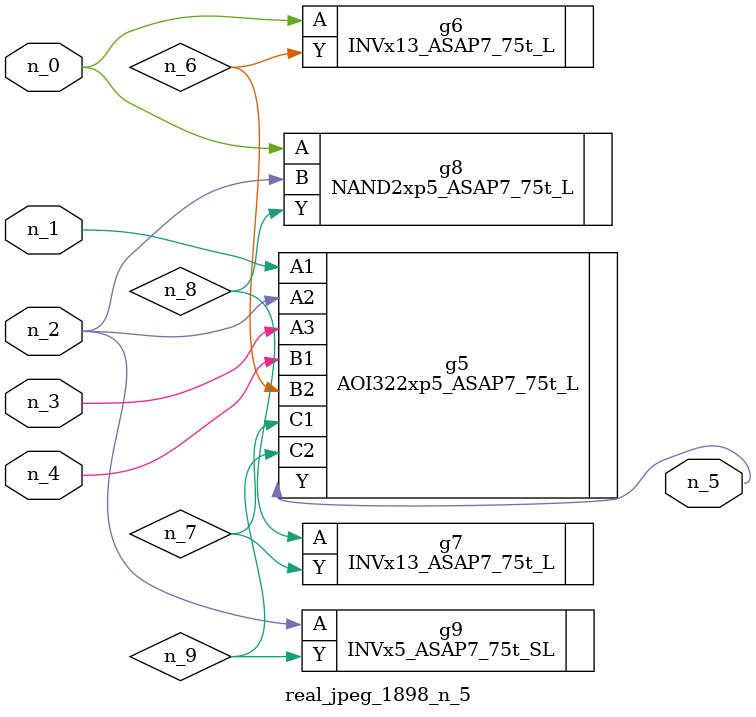
<source format=v>
module real_jpeg_1898_n_5 (n_4, n_0, n_1, n_2, n_3, n_5);

input n_4;
input n_0;
input n_1;
input n_2;
input n_3;

output n_5;

wire n_8;
wire n_6;
wire n_7;
wire n_9;

INVx13_ASAP7_75t_L g6 ( 
.A(n_0),
.Y(n_6)
);

NAND2xp5_ASAP7_75t_L g8 ( 
.A(n_0),
.B(n_2),
.Y(n_8)
);

AOI322xp5_ASAP7_75t_L g5 ( 
.A1(n_1),
.A2(n_2),
.A3(n_3),
.B1(n_4),
.B2(n_6),
.C1(n_7),
.C2(n_9),
.Y(n_5)
);

INVx5_ASAP7_75t_SL g9 ( 
.A(n_2),
.Y(n_9)
);

INVx13_ASAP7_75t_L g7 ( 
.A(n_8),
.Y(n_7)
);


endmodule
</source>
